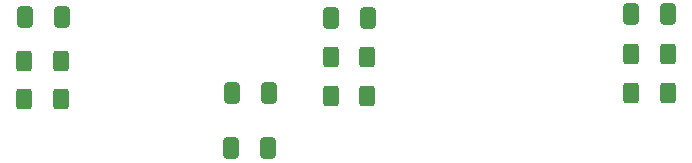
<source format=gbr>
%TF.GenerationSoftware,KiCad,Pcbnew,7.0.10*%
%TF.CreationDate,2024-03-07T18:04:43-07:00*%
%TF.ProjectId,User_Interface,55736572-5f49-46e7-9465-72666163652e,rev?*%
%TF.SameCoordinates,Original*%
%TF.FileFunction,Paste,Bot*%
%TF.FilePolarity,Positive*%
%FSLAX46Y46*%
G04 Gerber Fmt 4.6, Leading zero omitted, Abs format (unit mm)*
G04 Created by KiCad (PCBNEW 7.0.10) date 2024-03-07 18:04:43*
%MOMM*%
%LPD*%
G01*
G04 APERTURE LIST*
G04 Aperture macros list*
%AMRoundRect*
0 Rectangle with rounded corners*
0 $1 Rounding radius*
0 $2 $3 $4 $5 $6 $7 $8 $9 X,Y pos of 4 corners*
0 Add a 4 corners polygon primitive as box body*
4,1,4,$2,$3,$4,$5,$6,$7,$8,$9,$2,$3,0*
0 Add four circle primitives for the rounded corners*
1,1,$1+$1,$2,$3*
1,1,$1+$1,$4,$5*
1,1,$1+$1,$6,$7*
1,1,$1+$1,$8,$9*
0 Add four rect primitives between the rounded corners*
20,1,$1+$1,$2,$3,$4,$5,0*
20,1,$1+$1,$4,$5,$6,$7,0*
20,1,$1+$1,$6,$7,$8,$9,0*
20,1,$1+$1,$8,$9,$2,$3,0*%
G04 Aperture macros list end*
%ADD10RoundRect,0.250000X0.400000X0.625000X-0.400000X0.625000X-0.400000X-0.625000X0.400000X-0.625000X0*%
%ADD11RoundRect,0.250000X0.412500X0.650000X-0.412500X0.650000X-0.412500X-0.650000X0.412500X-0.650000X0*%
%ADD12RoundRect,0.250000X-0.412500X-0.650000X0.412500X-0.650000X0.412500X0.650000X-0.412500X0.650000X0*%
G04 APERTURE END LIST*
D10*
%TO.C,R1*%
X121870000Y-131841802D03*
X118770000Y-131841802D03*
%TD*%
D11*
%TO.C,C1*%
X121932500Y-128131802D03*
X118807500Y-128131802D03*
%TD*%
%TO.C,C2*%
X147882500Y-128231802D03*
X144757500Y-128231802D03*
%TD*%
D10*
%TO.C,R5*%
X173250000Y-131331802D03*
X170150000Y-131331802D03*
%TD*%
D11*
%TO.C,C3*%
X173275000Y-127931802D03*
X170150000Y-127931802D03*
%TD*%
D12*
%TO.C,C5*%
X136335000Y-134610000D03*
X139460000Y-134610000D03*
%TD*%
D10*
%TO.C,R3*%
X147820000Y-131541802D03*
X144720000Y-131541802D03*
%TD*%
%TO.C,R6*%
X173250000Y-134621802D03*
X170150000Y-134621802D03*
%TD*%
%TO.C,R2*%
X121870000Y-135131802D03*
X118770000Y-135131802D03*
%TD*%
%TO.C,R4*%
X147820000Y-134831802D03*
X144720000Y-134831802D03*
%TD*%
D12*
%TO.C,C4*%
X136297500Y-139290000D03*
X139422500Y-139290000D03*
%TD*%
M02*

</source>
